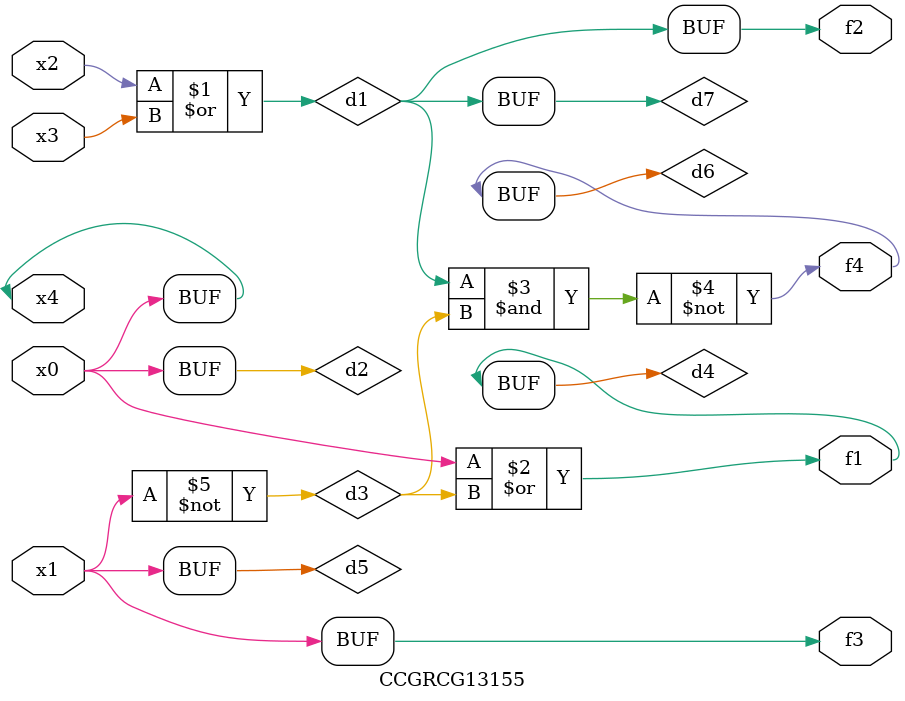
<source format=v>
module CCGRCG13155(
	input x0, x1, x2, x3, x4,
	output f1, f2, f3, f4
);

	wire d1, d2, d3, d4, d5, d6, d7;

	or (d1, x2, x3);
	buf (d2, x0, x4);
	not (d3, x1);
	or (d4, d2, d3);
	not (d5, d3);
	nand (d6, d1, d3);
	or (d7, d1);
	assign f1 = d4;
	assign f2 = d7;
	assign f3 = d5;
	assign f4 = d6;
endmodule

</source>
